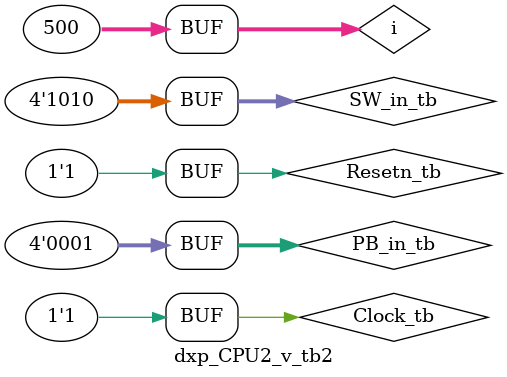
<source format=v>
`timescale 1 ps / 1 ps

module dxp_CPU2_v_tb2;
	reg	Resetn_tb, Clock_tb;
	reg	[3:0] SW_in_tb, PB_in_tb;
	wire [3:0] DHR_out_tb, DLR_out_tb;
	integer i;

dxp_CPU2_v	dut (Resetn_tb, Clock_tb, 
	SW_in_tb, PB_in_tb, 
	DHR_out_tb, DLR_out_tb);
	
initial	begin	
//----------------------------------------------------------------------------
//	Resetn_tb, Clock_tb, LD_A_tb, SW_in_tb, PB_in_tb, DHR_out_tb, DLR_out_tb
//----------------------------------------------------------------------------
//-- Test Vector 1 (40ns): Reset
//----------------------------------------------------------------------------
	apply_test_vector(0, 0, 4'b0000, 4'b0000);
//----------------------------------------------------------------------------
//-- All other test vectors
//----------------------------------------------------------------------------
	for (i=0; i<30; i=i+1)
		apply_test_vector(1, 0, 4'b0101, 4'b0001);
	for (i=0; i<30; i=i+1)
		apply_test_vector(1, 0, 4'b0101, 4'b0000);
	for (i=0; i<30; i=i+1)
		apply_test_vector(1, 0, 4'b0101, 4'b0001);
	for (i=0; i<30; i=i+1)
		apply_test_vector(1, 0, 4'b0101, 4'b0001);
	for (i=0; i<30; i=i+1)
		apply_test_vector(1, 0, 4'b1010, 4'b0000);
	for (i=0; i<30; i=i+1)
		apply_test_vector(1, 0, 4'b1010, 4'b0001);
	for (i=0; i<500; i=i+1)
		apply_test_vector(1, 0, 4'b1010, 4'b0001);
end

task apply_test_vector;
	input	Resetn_int, Clock_int;
	input	[3:0] SW_in_int, PB_in_int;
	
	begin
		Resetn_tb = Resetn_int; Clock_tb = Clock_int; 
		SW_in_tb = SW_in_int; PB_in_tb = PB_in_int;
		#20000;
		Clock_tb = 1;
		#20000;
	end
endtask
endmodule

</source>
